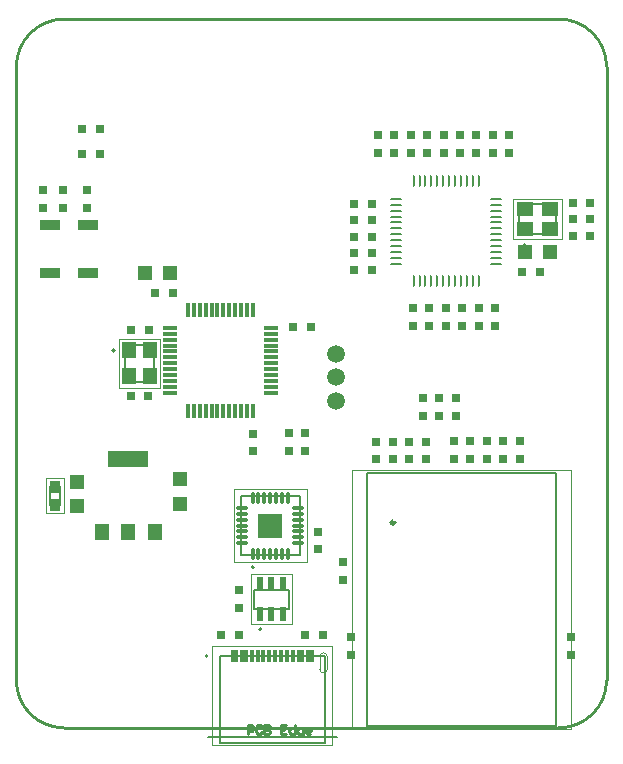
<source format=gtp>
G04*
G04 #@! TF.GenerationSoftware,Altium Limited,Altium Designer,20.0.12 (288)*
G04*
G04 Layer_Color=8421504*
%FSLAX44Y44*%
%MOMM*%
G71*
G01*
G75*
%ADD10C,0.2000*%
%ADD11C,0.3000*%
%ADD12C,0.2540*%
%ADD14C,0.1270*%
%ADD16C,0.0000*%
%ADD17C,0.0500*%
%ADD18R,1.2000X1.4000*%
%ADD19R,3.5000X1.4000*%
%ADD20R,0.8000X0.8000*%
%ADD21R,1.2000X1.2000*%
%ADD22R,1.2000X1.2000*%
%ADD23R,0.8000X0.8000*%
%ADD24R,0.9700X1.0000*%
%ADD25R,1.7000X0.9000*%
G04:AMPARAMS|DCode=26|XSize=1.21mm|YSize=0.59mm|CornerRadius=0.0738mm|HoleSize=0mm|Usage=FLASHONLY|Rotation=90.000|XOffset=0mm|YOffset=0mm|HoleType=Round|Shape=RoundedRectangle|*
%AMROUNDEDRECTD26*
21,1,1.2100,0.4425,0,0,90.0*
21,1,1.0625,0.5900,0,0,90.0*
1,1,0.1475,0.2213,0.5313*
1,1,0.1475,0.2213,-0.5313*
1,1,0.1475,-0.2213,-0.5313*
1,1,0.1475,-0.2213,0.5313*
%
%ADD26ROUNDEDRECTD26*%
%ADD27C,1.5000*%
%ADD28R,0.3000X1.1400*%
G04:AMPARAMS|DCode=29|XSize=0.97mm|YSize=0.26mm|CornerRadius=0.0325mm|HoleSize=0mm|Usage=FLASHONLY|Rotation=180.000|XOffset=0mm|YOffset=0mm|HoleType=Round|Shape=RoundedRectangle|*
%AMROUNDEDRECTD29*
21,1,0.9700,0.1950,0,0,180.0*
21,1,0.9050,0.2600,0,0,180.0*
1,1,0.0650,-0.4525,0.0975*
1,1,0.0650,0.4525,0.0975*
1,1,0.0650,0.4525,-0.0975*
1,1,0.0650,-0.4525,-0.0975*
%
%ADD29ROUNDEDRECTD29*%
G04:AMPARAMS|DCode=30|XSize=0.97mm|YSize=0.26mm|CornerRadius=0.0325mm|HoleSize=0mm|Usage=FLASHONLY|Rotation=90.000|XOffset=0mm|YOffset=0mm|HoleType=Round|Shape=RoundedRectangle|*
%AMROUNDEDRECTD30*
21,1,0.9700,0.1950,0,0,90.0*
21,1,0.9050,0.2600,0,0,90.0*
1,1,0.0650,0.0975,0.4525*
1,1,0.0650,0.0975,-0.4525*
1,1,0.0650,-0.0975,-0.4525*
1,1,0.0650,-0.0975,0.4525*
%
%ADD30ROUNDEDRECTD30*%
%ADD31R,2.0000X2.0000*%
G04:AMPARAMS|DCode=32|XSize=0.24mm|YSize=1mm|CornerRadius=0.06mm|HoleSize=0mm|Usage=FLASHONLY|Rotation=0.000|XOffset=0mm|YOffset=0mm|HoleType=Round|Shape=RoundedRectangle|*
%AMROUNDEDRECTD32*
21,1,0.2400,0.8800,0,0,0.0*
21,1,0.1200,1.0000,0,0,0.0*
1,1,0.1200,0.0600,-0.4400*
1,1,0.1200,-0.0600,-0.4400*
1,1,0.1200,-0.0600,0.4400*
1,1,0.1200,0.0600,0.4400*
%
%ADD32ROUNDEDRECTD32*%
G04:AMPARAMS|DCode=33|XSize=0.24mm|YSize=1mm|CornerRadius=0.06mm|HoleSize=0mm|Usage=FLASHONLY|Rotation=90.000|XOffset=0mm|YOffset=0mm|HoleType=Round|Shape=RoundedRectangle|*
%AMROUNDEDRECTD33*
21,1,0.2400,0.8800,0,0,90.0*
21,1,0.1200,1.0000,0,0,90.0*
1,1,0.1200,0.4400,0.0600*
1,1,0.1200,0.4400,-0.0600*
1,1,0.1200,-0.4400,-0.0600*
1,1,0.1200,-0.4400,0.0600*
%
%ADD33ROUNDEDRECTD33*%
%ADD34R,1.4000X1.2000*%
%ADD35R,1.2000X0.3000*%
%ADD36R,0.3000X1.2000*%
D10*
X1376250Y574000D02*
G03*
X1376250Y574000I-1000J0D01*
G01*
X1500550Y337750D02*
G03*
X1500550Y337750I-1000J0D01*
G01*
X1454970Y315500D02*
G03*
X1454970Y315500I-1000J0D01*
G01*
X1494000Y390350D02*
G03*
X1494000Y390350I-1000J0D01*
G01*
X1724250Y663250D02*
G03*
X1724250Y663250I-1000J0D01*
G01*
D11*
X1613250Y428200D02*
G03*
X1613250Y428200I-1500J0D01*
G01*
D12*
X1752668Y254500D02*
G03*
X1792720Y294552I0J40052D01*
G01*
X1293000Y294601D02*
G03*
X1333101Y254500I40101J0D01*
G01*
X1333498Y854500D02*
G03*
X1293000Y814002I0J-40498D01*
G01*
X1792720Y814275D02*
G03*
X1752495Y854500I-40225J0D01*
G01*
X1333101Y254500D02*
X1752668D01*
X1792720Y294552D02*
Y814275D01*
X1293000Y294601D02*
Y814002D01*
X1333498Y854500D02*
X1752495D01*
X1489020Y249500D02*
Y256498D01*
X1492519D01*
X1493685Y255331D01*
Y252999D01*
X1492519Y251833D01*
X1489020D01*
X1500683Y255331D02*
X1499517Y256498D01*
X1497184D01*
X1496018Y255331D01*
Y250666D01*
X1497184Y249500D01*
X1499517D01*
X1500683Y250666D01*
X1503015Y256498D02*
Y249500D01*
X1506514D01*
X1507681Y250666D01*
Y251833D01*
X1506514Y252999D01*
X1503015D01*
X1506514D01*
X1507681Y254165D01*
Y255331D01*
X1506514Y256498D01*
X1503015D01*
X1521676D02*
X1517011D01*
Y249500D01*
X1521676D01*
X1517011Y252999D02*
X1519344D01*
X1528674Y256498D02*
Y249500D01*
X1525175D01*
X1524009Y250666D01*
Y252999D01*
X1525175Y254165D01*
X1528674D01*
X1533339Y247167D02*
X1534505D01*
X1535672Y248334D01*
Y254165D01*
X1532173D01*
X1531006Y252999D01*
Y250666D01*
X1532173Y249500D01*
X1535672D01*
X1541503D02*
X1539171D01*
X1538004Y250666D01*
Y252999D01*
X1539171Y254165D01*
X1541503D01*
X1542669Y252999D01*
Y251833D01*
X1538004D01*
D14*
X1384750Y579000D02*
X1409750D01*
Y547000D02*
Y579000D01*
X1384750Y547000D02*
Y579000D01*
Y547000D02*
X1409750D01*
X1321750Y458850D02*
X1329750D01*
Y442850D02*
Y458850D01*
X1321750Y442850D02*
X1329750D01*
X1321750D02*
Y458850D01*
X1494375Y355175D02*
Y371425D01*
X1523625D01*
Y355175D02*
Y371425D01*
X1494375Y355175D02*
X1523625D01*
X1465020Y242000D02*
Y315500D01*
Y242000D02*
X1554420D01*
Y315500D01*
X1465020D02*
X1554420D01*
X1455020Y246900D02*
X1564420D01*
X1533000Y400750D02*
Y450750D01*
X1483000Y400750D02*
Y450750D01*
X1533000D01*
X1483000Y400750D02*
X1533000D01*
X1589750Y256000D02*
X1749750D01*
X1589750D02*
Y470000D01*
X1749750D01*
Y256000D02*
Y470000D01*
X1718250Y672750D02*
Y697750D01*
X1750250D01*
X1718250Y672750D02*
X1750250D01*
Y697750D01*
D16*
X1552894Y318099D02*
G03*
X1549721Y314575I176J-3349D01*
G01*
X1556219Y315115D02*
G03*
X1552905Y318099I-3149J-165D01*
G01*
Y301101D02*
G03*
X1556219Y304085I165J3149D01*
G01*
X1549720Y304092D02*
G03*
X1552928Y301100I3100J108D01*
G01*
X1556220Y304100D02*
Y315100D01*
X1549720Y304100D02*
Y314600D01*
D17*
X1380250Y583500D02*
X1414250D01*
X1380250Y542500D02*
Y583500D01*
X1414250Y542500D02*
Y583500D01*
X1380250Y542500D02*
X1414250D01*
X1333100Y436000D02*
Y465700D01*
X1318400Y436000D02*
X1333100D01*
X1318400D02*
Y465700D01*
X1333100D01*
X1491875Y342200D02*
X1526125D01*
Y384400D01*
X1491875D02*
X1526125D01*
X1491875Y342200D02*
Y384400D01*
X1458970Y239500D02*
Y323700D01*
Y239500D02*
X1560470D01*
Y323700D01*
X1458970D02*
X1560470D01*
X1539050Y394700D02*
Y456800D01*
X1476950Y394700D02*
Y456800D01*
Y394700D02*
X1539050D01*
X1476950Y456800D02*
X1539050D01*
X1577250Y253500D02*
X1762250D01*
X1577250D02*
Y472500D01*
X1762250D01*
Y253500D02*
Y472500D01*
X1713750Y668250D02*
Y702250D01*
Y668250D02*
X1754750D01*
X1713750Y702250D02*
X1754750D01*
Y668250D02*
Y702250D01*
D18*
X1365450Y420250D02*
D03*
X1387750D02*
D03*
X1410050D02*
D03*
X1388750Y574000D02*
D03*
Y552000D02*
D03*
X1405750D02*
D03*
Y574000D02*
D03*
D19*
X1387750Y482250D02*
D03*
D20*
X1481500Y356250D02*
D03*
Y371250D02*
D03*
X1691250Y482000D02*
D03*
Y497000D02*
D03*
X1628500Y594750D02*
D03*
Y609750D02*
D03*
X1315470Y695000D02*
D03*
Y710000D02*
D03*
X1353220Y709750D02*
D03*
Y694750D02*
D03*
X1332720Y710000D02*
D03*
Y695000D02*
D03*
X1548000Y405500D02*
D03*
Y420500D02*
D03*
X1611500Y481750D02*
D03*
Y496750D02*
D03*
X1625500Y481750D02*
D03*
Y496750D02*
D03*
X1663250Y497000D02*
D03*
Y482000D02*
D03*
X1677250D02*
D03*
Y497000D02*
D03*
X1576250Y331250D02*
D03*
Y316250D02*
D03*
X1665000Y533500D02*
D03*
Y518500D02*
D03*
X1656500Y594750D02*
D03*
Y609750D02*
D03*
X1569500Y379500D02*
D03*
Y394500D02*
D03*
X1642500Y594750D02*
D03*
Y609750D02*
D03*
X1523500Y504000D02*
D03*
Y489000D02*
D03*
X1651000Y518500D02*
D03*
Y533500D02*
D03*
X1684500Y594750D02*
D03*
Y609750D02*
D03*
X1698500Y594750D02*
D03*
Y609750D02*
D03*
X1762250Y331000D02*
D03*
Y316000D02*
D03*
X1710250Y741250D02*
D03*
Y756250D02*
D03*
X1696250Y741250D02*
D03*
Y756250D02*
D03*
X1682500Y741250D02*
D03*
Y756250D02*
D03*
X1654750Y741250D02*
D03*
Y756250D02*
D03*
X1640740Y741160D02*
D03*
Y756160D02*
D03*
X1626770Y741160D02*
D03*
Y756160D02*
D03*
X1612800Y741160D02*
D03*
Y756160D02*
D03*
X1598830Y741160D02*
D03*
Y756160D02*
D03*
X1668500Y741250D02*
D03*
Y756250D02*
D03*
X1537750Y504000D02*
D03*
Y489000D02*
D03*
X1639500Y481750D02*
D03*
Y496750D02*
D03*
X1597500Y481750D02*
D03*
Y496750D02*
D03*
X1705250Y482000D02*
D03*
Y497000D02*
D03*
X1637000Y518500D02*
D03*
Y533500D02*
D03*
X1719250Y497000D02*
D03*
Y482000D02*
D03*
X1493000Y488500D02*
D03*
Y503500D02*
D03*
X1670500Y594750D02*
D03*
Y609750D02*
D03*
D21*
X1401750Y639750D02*
D03*
X1422750D02*
D03*
X1745000Y657250D02*
D03*
X1724000D02*
D03*
D22*
X1431500Y464750D02*
D03*
Y443750D02*
D03*
X1344750Y463000D02*
D03*
Y442000D02*
D03*
D23*
X1389750Y535000D02*
D03*
X1404750D02*
D03*
X1390250Y591250D02*
D03*
X1405250D02*
D03*
X1552250Y333000D02*
D03*
X1537250D02*
D03*
X1481250D02*
D03*
X1466250D02*
D03*
X1364000Y740000D02*
D03*
X1349000D02*
D03*
Y761500D02*
D03*
X1364000D02*
D03*
X1579000Y670250D02*
D03*
X1594000D02*
D03*
X1579000Y698000D02*
D03*
X1594000D02*
D03*
X1579000Y642500D02*
D03*
X1594000D02*
D03*
X1579000Y656500D02*
D03*
X1594000D02*
D03*
X1736000Y640250D02*
D03*
X1721000D02*
D03*
X1779000Y685000D02*
D03*
X1764000D02*
D03*
X1579000Y684000D02*
D03*
X1594000D02*
D03*
X1779000Y699000D02*
D03*
X1764000D02*
D03*
X1764000Y671250D02*
D03*
X1779000D02*
D03*
X1410750Y622750D02*
D03*
X1425750D02*
D03*
X1542530Y593670D02*
D03*
X1527530D02*
D03*
D24*
X1325750Y458200D02*
D03*
Y443500D02*
D03*
D25*
X1321470Y639500D02*
D03*
Y680500D02*
D03*
X1353470Y639500D02*
D03*
Y680500D02*
D03*
D26*
X1499500Y350750D02*
D03*
X1509000D02*
D03*
X1518500D02*
D03*
Y375850D02*
D03*
X1509000D02*
D03*
X1499500D02*
D03*
D27*
X1563500Y571250D02*
D03*
Y551250D02*
D03*
Y531000D02*
D03*
D28*
X1507220Y315500D02*
D03*
X1502220D02*
D03*
X1497220D02*
D03*
X1492220D02*
D03*
X1487220D02*
D03*
X1484220D02*
D03*
X1479220D02*
D03*
X1476220D02*
D03*
X1512220D02*
D03*
X1517220D02*
D03*
X1522220D02*
D03*
X1527220D02*
D03*
X1532220D02*
D03*
X1535220D02*
D03*
X1540220D02*
D03*
X1543220D02*
D03*
D29*
X1531700Y410750D02*
D03*
Y415750D02*
D03*
Y420750D02*
D03*
Y425750D02*
D03*
Y430750D02*
D03*
Y435750D02*
D03*
Y440750D02*
D03*
X1484300D02*
D03*
Y435750D02*
D03*
Y430750D02*
D03*
Y425750D02*
D03*
Y420750D02*
D03*
Y415750D02*
D03*
Y410750D02*
D03*
D30*
X1493000Y402050D02*
D03*
X1498000D02*
D03*
X1503000D02*
D03*
X1508000D02*
D03*
X1513000D02*
D03*
X1518000D02*
D03*
X1523000D02*
D03*
Y449450D02*
D03*
X1518000D02*
D03*
X1513000D02*
D03*
X1508000D02*
D03*
X1503000D02*
D03*
X1498000D02*
D03*
X1493000D02*
D03*
D31*
X1508000Y425750D02*
D03*
D32*
X1629390Y717370D02*
D03*
X1634390D02*
D03*
X1639390D02*
D03*
X1644390D02*
D03*
X1649390D02*
D03*
X1654390D02*
D03*
X1659390D02*
D03*
X1664390D02*
D03*
X1669390D02*
D03*
X1674390D02*
D03*
X1679390D02*
D03*
X1684390D02*
D03*
Y632370D02*
D03*
X1679390D02*
D03*
X1674390D02*
D03*
X1669390D02*
D03*
X1664390D02*
D03*
X1659390D02*
D03*
X1654390D02*
D03*
X1649390D02*
D03*
X1644390D02*
D03*
X1639390D02*
D03*
X1634390D02*
D03*
X1629390D02*
D03*
D33*
X1699390Y702370D02*
D03*
Y697370D02*
D03*
Y692370D02*
D03*
Y687370D02*
D03*
Y682370D02*
D03*
Y677370D02*
D03*
Y672370D02*
D03*
Y667370D02*
D03*
Y662370D02*
D03*
Y657370D02*
D03*
Y652370D02*
D03*
Y647370D02*
D03*
X1614390D02*
D03*
Y652370D02*
D03*
Y657370D02*
D03*
Y662370D02*
D03*
Y667370D02*
D03*
Y672370D02*
D03*
Y677370D02*
D03*
Y682370D02*
D03*
Y687370D02*
D03*
Y692370D02*
D03*
Y697370D02*
D03*
Y702370D02*
D03*
D34*
X1723250Y676750D02*
D03*
X1745250D02*
D03*
Y693750D02*
D03*
X1723250D02*
D03*
D35*
X1423240Y593110D02*
D03*
Y588110D02*
D03*
Y583110D02*
D03*
Y578110D02*
D03*
Y573110D02*
D03*
Y568110D02*
D03*
Y563110D02*
D03*
Y558110D02*
D03*
Y553110D02*
D03*
Y548110D02*
D03*
Y543110D02*
D03*
Y538110D02*
D03*
X1508240D02*
D03*
Y543110D02*
D03*
Y548110D02*
D03*
Y553110D02*
D03*
Y558110D02*
D03*
Y563110D02*
D03*
Y568110D02*
D03*
Y573110D02*
D03*
Y578110D02*
D03*
Y583110D02*
D03*
Y588110D02*
D03*
Y593110D02*
D03*
D36*
X1438240Y523110D02*
D03*
X1443240D02*
D03*
X1448240D02*
D03*
X1453240D02*
D03*
X1458240D02*
D03*
X1463240D02*
D03*
X1468240D02*
D03*
X1473240D02*
D03*
X1478240D02*
D03*
X1483240D02*
D03*
X1488240D02*
D03*
X1493240D02*
D03*
Y608110D02*
D03*
X1488240D02*
D03*
X1483240D02*
D03*
X1478240D02*
D03*
X1473240D02*
D03*
X1468240D02*
D03*
X1463240D02*
D03*
X1458240D02*
D03*
X1453240D02*
D03*
X1448240D02*
D03*
X1443240D02*
D03*
X1438240D02*
D03*
M02*

</source>
